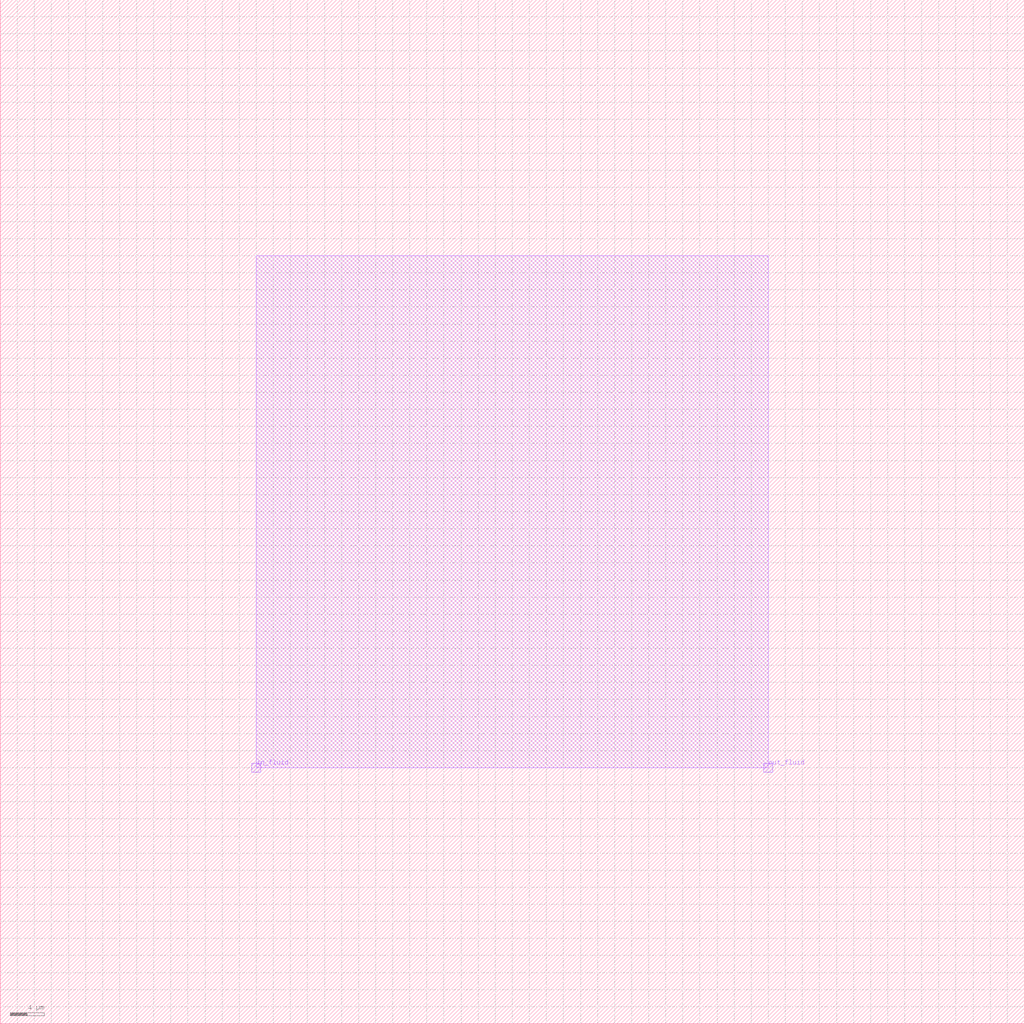
<source format=lef>

 
MACRO serpentine_50px_0
  CLASS CORE ;
  ORIGIN  0 0 ;
  FOREIGN serpentine_50px_0 0 0 ;
  SIZE 120 BY 120 ;
  SYMMETRY X Y ;
  SITE CoreSite ;
  PIN in_fluid
    DIRECTION INPUT ;
    USE SIGNAL ;
    PORT
      LAYER met1 ;
        RECT 29.5 29.5 30.5 30.5 ;
    END
  END in_fluid
  PIN out_fluid
    DIRECTION OUTPUT ;
    USE SIGNAL ;
    PORT
      LAYER met1 ;
        RECT 89.5 29.5 90.5 30.5 ;
    END
  END out_fluid
  OBS
    LAYER met1 ;
      RECT 30 30 90 90 ;
  END
  PROPERTY CatenaDesignType "deviceLevel" ;
END serpentine_50px_0

</source>
